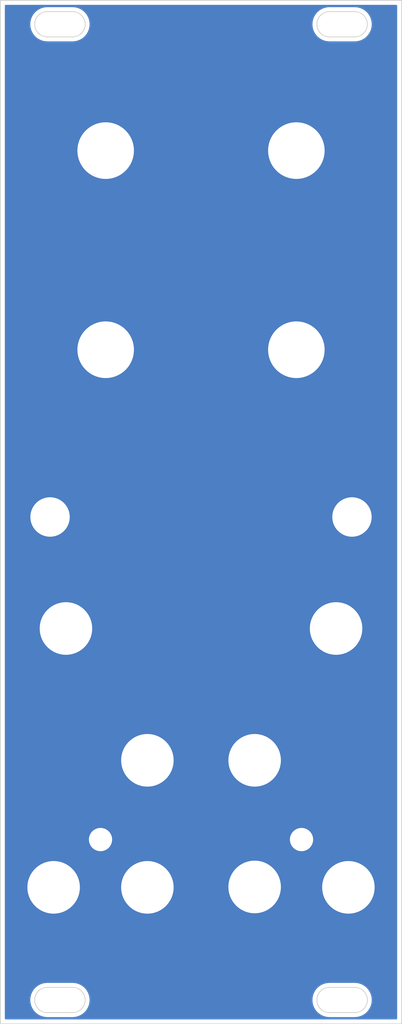
<source format=kicad_pcb>
(kicad_pcb (version 20171130) (host pcbnew "(5.1.2-1)-1")

  (general
    (thickness 1.6)
    (drawings 8)
    (tracks 0)
    (zones 0)
    (modules 20)
    (nets 2)
  )

  (page A4)
  (layers
    (0 F.Cu signal)
    (31 B.Cu signal)
    (32 B.Adhes user)
    (33 F.Adhes user)
    (34 B.Paste user)
    (35 F.Paste user)
    (36 B.SilkS user hide)
    (37 F.SilkS user)
    (38 B.Mask user)
    (39 F.Mask user)
    (40 Dwgs.User user)
    (41 Cmts.User user hide)
    (42 Eco1.User user)
    (43 Eco2.User user)
    (44 Edge.Cuts user)
    (45 Margin user)
    (46 B.CrtYd user)
    (47 F.CrtYd user)
    (48 B.Fab user)
    (49 F.Fab user)
  )

  (setup
    (last_trace_width 0.25)
    (trace_clearance 0.2)
    (zone_clearance 0.508)
    (zone_45_only no)
    (trace_min 0.2)
    (via_size 0.8)
    (via_drill 0.4)
    (via_min_size 0.4)
    (via_min_drill 0.3)
    (uvia_size 0.3)
    (uvia_drill 0.1)
    (uvias_allowed no)
    (uvia_min_size 0.2)
    (uvia_min_drill 0.1)
    (edge_width 0.1)
    (segment_width 0.2)
    (pcb_text_width 0.3)
    (pcb_text_size 1.5 1.5)
    (mod_edge_width 0.15)
    (mod_text_size 1 1)
    (mod_text_width 0.15)
    (pad_size 1.524 1.524)
    (pad_drill 0.762)
    (pad_to_mask_clearance 0)
    (aux_axis_origin 0 0)
    (visible_elements FFFFEF7F)
    (pcbplotparams
      (layerselection 0x010fc_ffffffff)
      (usegerberextensions false)
      (usegerberattributes false)
      (usegerberadvancedattributes false)
      (creategerberjobfile false)
      (excludeedgelayer true)
      (linewidth 0.100000)
      (plotframeref false)
      (viasonmask false)
      (mode 1)
      (useauxorigin false)
      (hpglpennumber 1)
      (hpglpenspeed 20)
      (hpglpendiameter 15.000000)
      (psnegative false)
      (psa4output false)
      (plotreference true)
      (plotvalue true)
      (plotinvisibletext false)
      (padsonsilk false)
      (subtractmaskfromsilk false)
      (outputformat 1)
      (mirror false)
      (drillshape 1)
      (scaleselection 1)
      (outputdirectory ""))
  )

  (net 0 "")
  (net 1 GND)

  (net_class Default "This is the default net class."
    (clearance 0.2)
    (trace_width 0.25)
    (via_dia 0.8)
    (via_drill 0.4)
    (uvia_dia 0.3)
    (uvia_drill 0.1)
    (add_net +12V)
    (add_net -12VA)
    (add_net GND)
    (add_net "Net-(AUDIO_OUT1-Pad1)")
    (add_net "Net-(AUDIO_OUT2-Pad1)")
    (add_net "Net-(AUDIO_OUT2-Pad3)")
    (add_net "Net-(Bypass_2nd_Filter1-Pad1)")
    (add_net "Net-(Bypass_2nd_Filter1-Pad2)")
    (add_net "Net-(Bypass_2nd_Filter1-Pad3)")
    (add_net "Net-(Bypass_2nd_Filter2-Pad1)")
    (add_net "Net-(Bypass_2nd_Filter2-Pad2)")
    (add_net "Net-(Bypass_2nd_Filter2-Pad3)")
    (add_net "Net-(C1-Pad1)")
    (add_net "Net-(C1-Pad2)")
    (add_net "Net-(C10-Pad1)")
    (add_net "Net-(C11-Pad1)")
    (add_net "Net-(C11-Pad2)")
    (add_net "Net-(C12-Pad1)")
    (add_net "Net-(C12-Pad2)")
    (add_net "Net-(C13-Pad1)")
    (add_net "Net-(C13-Pad2)")
    (add_net "Net-(C14-Pad1)")
    (add_net "Net-(C15-Pad1)")
    (add_net "Net-(C16-Pad1)")
    (add_net "Net-(C16-Pad2)")
    (add_net "Net-(C17-Pad2)")
    (add_net "Net-(C18-Pad1)")
    (add_net "Net-(C18-Pad2)")
    (add_net "Net-(C19-Pad1)")
    (add_net "Net-(C2-Pad1)")
    (add_net "Net-(C2-Pad2)")
    (add_net "Net-(C20-Pad1)")
    (add_net "Net-(C3-Pad1)")
    (add_net "Net-(C3-Pad2)")
    (add_net "Net-(C4-Pad1)")
    (add_net "Net-(C5-Pad1)")
    (add_net "Net-(C6-Pad1)")
    (add_net "Net-(C6-Pad2)")
    (add_net "Net-(C7-Pad1)")
    (add_net "Net-(C7-Pad2)")
    (add_net "Net-(C8-Pad2)")
    (add_net "Net-(C9-Pad1)")
    (add_net "Net-(CD1-Pad1)")
    (add_net "Net-(CD1-Pad11)")
    (add_net "Net-(CD1-Pad2)")
    (add_net "Net-(CD2-Pad1)")
    (add_net "Net-(CD2-Pad11)")
    (add_net "Net-(CD2-Pad2)")
    (add_net "Net-(D3-Pad2)")
    (add_net "Net-(D4-Pad1)")
    (add_net "Net-(Freq1-Pad1)")
    (add_net "Net-(Freq1-Pad2)")
    (add_net "Net-(Freq1-Pad3)")
    (add_net "Net-(Freq2-Pad1)")
    (add_net "Net-(Freq2-Pad2)")
    (add_net "Net-(Freq2-Pad3)")
    (add_net "Net-(GATE_LED1-Pad1)")
    (add_net "Net-(GATE_LED2-Pad1)")
    (add_net "Net-(GATE_OUT1-Pad1)")
    (add_net "Net-(GATE_OUT1-Pad3)")
    (add_net "Net-(GATE_OUT2-Pad1)")
    (add_net "Net-(GATE_OUT2-Pad3)")
    (add_net "Net-(Gate_PW1-Pad1)")
    (add_net "Net-(Gate_PW2-Pad1)")
    (add_net "Net-(IN2-Pad3)")
    (add_net "Net-(LM1-Pad10)")
    (add_net "Net-(LM1-Pad13)")
    (add_net "Net-(LM1-Pad14)")
    (add_net "Net-(LM1-Pad15)")
    (add_net "Net-(LM1-Pad2)")
    (add_net "Net-(LM1-Pad3)")
    (add_net "Net-(LM1-Pad4)")
    (add_net "Net-(LM1-Pad7)")
    (add_net "Net-(LM1-Pad8)")
    (add_net "Net-(LM1-Pad9)")
    (add_net "Net-(LM2-Pad10)")
    (add_net "Net-(LM2-Pad13)")
    (add_net "Net-(LM2-Pad14)")
    (add_net "Net-(LM2-Pad15)")
    (add_net "Net-(LM2-Pad2)")
    (add_net "Net-(LM2-Pad3)")
    (add_net "Net-(LM2-Pad4)")
    (add_net "Net-(LM2-Pad7)")
    (add_net "Net-(LM2-Pad8)")
    (add_net "Net-(LM2-Pad9)")
    (add_net "Net-(LM3-Pad10)")
    (add_net "Net-(LM3-Pad13)")
    (add_net "Net-(LM3-Pad14)")
    (add_net "Net-(LM3-Pad15)")
    (add_net "Net-(LM3-Pad2)")
    (add_net "Net-(LM3-Pad3)")
    (add_net "Net-(LM3-Pad4)")
    (add_net "Net-(LM3-Pad7)")
    (add_net "Net-(LM3-Pad8)")
    (add_net "Net-(LM3-Pad9)")
    (add_net "Net-(LM4-Pad10)")
    (add_net "Net-(LM4-Pad13)")
    (add_net "Net-(LM4-Pad14)")
    (add_net "Net-(LM4-Pad15)")
    (add_net "Net-(LM4-Pad2)")
    (add_net "Net-(LM4-Pad3)")
    (add_net "Net-(LM4-Pad4)")
    (add_net "Net-(LM4-Pad7)")
    (add_net "Net-(LM4-Pad8)")
    (add_net "Net-(LM4-Pad9)")
    (add_net "Net-(Level_1-Pad3)")
    (add_net "Net-(Level_2-Pad3)")
    (add_net "Net-(MIC/LINE1-Pad1)")
    (add_net "Net-(MIC/LINE1-Pad3)")
    (add_net "Net-(MIC/LINE2-Pad1)")
    (add_net "Net-(MIC/LINE2-Pad3)")
    (add_net "Net-(R14-Pad2)")
    (add_net "Net-(R16-Pad2)")
    (add_net "Net-(R19-Pad2)")
    (add_net "Net-(R2-Pad1)")
    (add_net "Net-(R21-Pad1)")
    (add_net "Net-(R31-Pad1)")
    (add_net "Net-(R33-Pad1)")
    (add_net "Net-(R34-Pad1)")
    (add_net "Net-(R45-Pad1)")
    (add_net "Net-(R47-Pad2)")
    (add_net "Net-(R48-Pad2)")
    (add_net "Net-(R50-Pad1)")
    (add_net "Net-(R62-Pad1)")
  )

  (module Faceplate_Hole_Jack_3.5mm locked (layer F.Cu) (tedit 5A7E50AF) (tstamp 5D65B9C6)
    (at 5.45 -7.5)
    (fp_text reference REF** (at 0.41 4.84) (layer F.Fab) hide
      (effects (font (size 1 1) (thickness 0.15)))
    )
    (fp_text value GND (at 0.27 6.16) (layer F.Fab) hide
      (effects (font (size 1 1) (thickness 0.15)))
    )
    (fp_line (start 0 -0.508) (end 0 0.508) (layer F.Fab) (width 0.15))
    (fp_line (start -0.508 0) (end 0.508 0) (layer F.Fab) (width 0.15))
    (pad 1 thru_hole circle (at 0 0) (size 7.62 7.62) (drill 6.604) (layers *.Cu *.Mask)
      (net 1 GND))
  )

  (module Faceplate_Hole_Jack_3.5mm locked (layer F.Cu) (tedit 5A7E50AF) (tstamp 5D65B9C0)
    (at 42.55 -7.5)
    (fp_text reference REF** (at 0.41 4.84) (layer F.Fab) hide
      (effects (font (size 1 1) (thickness 0.15)))
    )
    (fp_text value GND (at 0.27 6.16) (layer F.Fab) hide
      (effects (font (size 1 1) (thickness 0.15)))
    )
    (fp_line (start 0 -0.508) (end 0 0.508) (layer F.Fab) (width 0.15))
    (fp_line (start -0.508 0) (end 0.508 0) (layer F.Fab) (width 0.15))
    (pad 1 thru_hole circle (at 0 0) (size 7.62 7.62) (drill 6.604) (layers *.Cu *.Mask)
      (net 1 GND))
  )

  (module Faceplate_Hole_Pot_16mm (layer F.Cu) (tedit 5A7E457A) (tstamp 5D65B9BA)
    (at 12 -100)
    (fp_text reference REF** (at 0.254 2.286) (layer F.SilkS) hide
      (effects (font (size 1 1) (thickness 0.15)))
    )
    (fp_text value Faceplate_Hole_Pot_16mm (at 0.58 4.95) (layer F.Fab) hide
      (effects (font (size 1 1) (thickness 0.15)))
    )
    (fp_line (start -0.508 0) (end 0.508 0) (layer F.Fab) (width 0.15))
    (fp_line (start 0 -0.508) (end 0 0.508) (layer F.Fab) (width 0.15))
    (pad 1 thru_hole circle (at 0 0) (size 7.874 7.874) (drill 7.112) (layers *.Cu *.Mask)
      (net 1 GND))
  )

  (module Faceplate_Hole_Lightpipe_With_Mask_Opening (layer F.Cu) (tedit 5A7E4A65) (tstamp 5D65B9B6)
    (at 36.65 -13.5)
    (fp_text reference REF** (at 0.03 4.16) (layer F.Fab) hide
      (effects (font (size 1 1) (thickness 0.15)))
    )
    (fp_text value Faceplate_Hole_LightPipe_With_Mask_Opening (at -0.38 2.52) (layer F.Fab) hide
      (effects (font (size 1 1) (thickness 0.15)))
    )
    (pad 1 thru_hole circle (at 0 0) (size 3.175 3.175) (drill 2.921) (layers *.Cu *.Mask)
      (net 1 GND) (solder_mask_margin 0.1016))
  )

  (module Faceplate_Hole_Lightpipe_With_Mask_Opening (layer F.Cu) (tedit 5A7E4A65) (tstamp 5D65B9B2)
    (at 11.35 -13.5)
    (fp_text reference REF** (at 0.03 4.16) (layer F.Fab) hide
      (effects (font (size 1 1) (thickness 0.15)))
    )
    (fp_text value Faceplate_Hole_LightPipe_With_Mask_Opening (at -0.38 2.52) (layer F.Fab) hide
      (effects (font (size 1 1) (thickness 0.15)))
    )
    (pad 1 thru_hole circle (at 0 0) (size 3.175 3.175) (drill 2.921) (layers *.Cu *.Mask)
      (net 1 GND) (solder_mask_margin 0.1016))
  )

  (module Faceplate_Hole_Jack_3.5mm locked (layer F.Cu) (tedit 5A7E50AF) (tstamp 5D65B9AC)
    (at 17.25 -7.5)
    (fp_text reference REF** (at 0.41 4.84) (layer F.Fab) hide
      (effects (font (size 1 1) (thickness 0.15)))
    )
    (fp_text value GND (at 0.27 6.16) (layer F.Fab) hide
      (effects (font (size 1 1) (thickness 0.15)))
    )
    (fp_line (start 0 -0.508) (end 0 0.508) (layer F.Fab) (width 0.15))
    (fp_line (start -0.508 0) (end 0.508 0) (layer F.Fab) (width 0.15))
    (pad 1 thru_hole circle (at 0 0) (size 7.62 7.62) (drill 6.604) (layers *.Cu *.Mask)
      (net 1 GND))
  )

  (module Faceplate_Hole_Jack_3.5mm locked (layer F.Cu) (tedit 5A7E50AF) (tstamp 5D65B9A6)
    (at 30.75 -7.55)
    (fp_text reference REF** (at 0.41 4.84) (layer F.Fab) hide
      (effects (font (size 1 1) (thickness 0.15)))
    )
    (fp_text value GND (at 0.27 6.16) (layer F.Fab) hide
      (effects (font (size 1 1) (thickness 0.15)))
    )
    (fp_line (start 0 -0.508) (end 0 0.508) (layer F.Fab) (width 0.15))
    (fp_line (start -0.508 0) (end 0.508 0) (layer F.Fab) (width 0.15))
    (pad 1 thru_hole circle (at 0 0) (size 7.62 7.62) (drill 6.604) (layers *.Cu *.Mask)
      (net 1 GND))
  )

  (module Faceplate_Hole_Jack_3.5mm locked (layer F.Cu) (tedit 5A7E50AF) (tstamp 5D65B9A0)
    (at 17.25 -23.45)
    (fp_text reference REF** (at 0.41 4.84) (layer F.Fab) hide
      (effects (font (size 1 1) (thickness 0.15)))
    )
    (fp_text value GND (at 0.27 6.16) (layer F.Fab) hide
      (effects (font (size 1 1) (thickness 0.15)))
    )
    (fp_line (start 0 -0.508) (end 0 0.508) (layer F.Fab) (width 0.15))
    (fp_line (start -0.508 0) (end 0.508 0) (layer F.Fab) (width 0.15))
    (pad 1 thru_hole circle (at 0 0) (size 7.62 7.62) (drill 6.604) (layers *.Cu *.Mask)
      (net 1 GND))
  )

  (module Faceplate_Hole_Jack_3.5mm locked (layer F.Cu) (tedit 5A7E50AF) (tstamp 5D65B99A)
    (at 30.75 -23.45)
    (fp_text reference REF** (at 0.41 4.84) (layer F.Fab) hide
      (effects (font (size 1 1) (thickness 0.15)))
    )
    (fp_text value GND (at 0.27 6.16) (layer F.Fab) hide
      (effects (font (size 1 1) (thickness 0.15)))
    )
    (fp_line (start 0 -0.508) (end 0 0.508) (layer F.Fab) (width 0.15))
    (fp_line (start -0.508 0) (end 0.508 0) (layer F.Fab) (width 0.15))
    (pad 1 thru_hole circle (at 0 0) (size 7.62 7.62) (drill 6.604) (layers *.Cu *.Mask)
      (net 1 GND))
  )

  (module Faceplate_Hole_Pot_16mm (layer F.Cu) (tedit 5A7E457A) (tstamp 5D65B994)
    (at 12 -75)
    (fp_text reference REF** (at 0.254 2.286) (layer F.SilkS) hide
      (effects (font (size 1 1) (thickness 0.15)))
    )
    (fp_text value Faceplate_Hole_Pot_16mm (at 0.58 4.95) (layer F.Fab) hide
      (effects (font (size 1 1) (thickness 0.15)))
    )
    (fp_line (start -0.508 0) (end 0.508 0) (layer F.Fab) (width 0.15))
    (fp_line (start 0 -0.508) (end 0 0.508) (layer F.Fab) (width 0.15))
    (pad 1 thru_hole circle (at 0 0) (size 7.874 7.874) (drill 7.112) (layers *.Cu *.Mask)
      (net 1 GND))
  )

  (module Faceplate_Hole_Pot_9mm (layer F.Cu) (tedit 5A7E455A) (tstamp 5D65B98E)
    (at 7 -40)
    (fp_text reference REF** (at 0.254 2.286) (layer F.SilkS) hide
      (effects (font (size 1 1) (thickness 0.15)))
    )
    (fp_text value Faceplate_Hole_Pot_9mm (at 0.17 4.53) (layer F.Fab) hide
      (effects (font (size 1 1) (thickness 0.15)))
    )
    (fp_line (start -0.508 0) (end 0.508 0) (layer F.Fab) (width 0.15))
    (fp_line (start 0 -0.508) (end 0 0.508) (layer F.Fab) (width 0.15))
    (pad 1 thru_hole circle (at 0 0) (size 7.112 7.112) (drill 6.604) (layers *.Cu *.Mask)
      (net 1 GND))
  )

  (module Faceplate_Hole_Pot_16mm (layer F.Cu) (tedit 5A7E457A) (tstamp 5D65B988)
    (at 36 -100)
    (fp_text reference REF** (at 0.254 2.286) (layer F.SilkS) hide
      (effects (font (size 1 1) (thickness 0.15)))
    )
    (fp_text value Faceplate_Hole_Pot_16mm (at 0.58 4.95) (layer F.Fab) hide
      (effects (font (size 1 1) (thickness 0.15)))
    )
    (fp_line (start -0.508 0) (end 0.508 0) (layer F.Fab) (width 0.15))
    (fp_line (start 0 -0.508) (end 0 0.508) (layer F.Fab) (width 0.15))
    (pad 1 thru_hole circle (at 0 0) (size 7.874 7.874) (drill 7.112) (layers *.Cu *.Mask)
      (net 1 GND))
  )

  (module Faceplate_Hole_Pot_16mm (layer F.Cu) (tedit 5A7E457A) (tstamp 5D65B982)
    (at 36 -75)
    (fp_text reference REF** (at 0.254 2.286) (layer F.SilkS) hide
      (effects (font (size 1 1) (thickness 0.15)))
    )
    (fp_text value Faceplate_Hole_Pot_16mm (at 0.58 4.95) (layer F.Fab) hide
      (effects (font (size 1 1) (thickness 0.15)))
    )
    (fp_line (start -0.508 0) (end 0.508 0) (layer F.Fab) (width 0.15))
    (fp_line (start 0 -0.508) (end 0 0.508) (layer F.Fab) (width 0.15))
    (pad 1 thru_hole circle (at 0 0) (size 7.874 7.874) (drill 7.112) (layers *.Cu *.Mask)
      (net 1 GND))
  )

  (module Faceplate_Hole_Pot_9mm (layer F.Cu) (tedit 5A7E455A) (tstamp 5D65B97C)
    (at 41 -40)
    (fp_text reference REF** (at 0.254 2.286) (layer F.SilkS) hide
      (effects (font (size 1 1) (thickness 0.15)))
    )
    (fp_text value Faceplate_Hole_Pot_9mm (at 0.17 4.53) (layer F.Fab) hide
      (effects (font (size 1 1) (thickness 0.15)))
    )
    (fp_line (start -0.508 0) (end 0.508 0) (layer F.Fab) (width 0.15))
    (fp_line (start 0 -0.508) (end 0 0.508) (layer F.Fab) (width 0.15))
    (pad 1 thru_hole circle (at 0 0) (size 7.112 7.112) (drill 6.604) (layers *.Cu *.Mask)
      (net 1 GND))
  )

  (module Faceplate_Hole_SubMini_Toggle (layer F.Cu) (tedit 5A7E4B7B) (tstamp 5D65B976)
    (at 5 -54)
    (fp_text reference REF** (at 0.12 5.23) (layer F.Fab) hide
      (effects (font (size 1 1) (thickness 0.15)))
    )
    (fp_text value Faceplate_Hole_SubMini_Toggle (at 0.32 3.74) (layer F.Fab) hide
      (effects (font (size 1 1) (thickness 0.15)))
    )
    (fp_line (start -0.508 0) (end 0.508 0) (layer F.Fab) (width 0.15))
    (fp_line (start 0 -0.508) (end 0 0.508) (layer F.Fab) (width 0.15))
    (pad 1 thru_hole circle (at 0 0) (size 5.969 5.969) (drill 4.953) (layers *.Cu *.Mask)
      (net 1 GND))
  )

  (module Faceplate_Hole_SubMini_Toggle (layer F.Cu) (tedit 5A7E4B7B) (tstamp 5D65B970)
    (at 43 -54)
    (fp_text reference REF** (at 0.12 5.23) (layer F.Fab) hide
      (effects (font (size 1 1) (thickness 0.15)))
    )
    (fp_text value Faceplate_Hole_SubMini_Toggle (at 0.32 3.74) (layer F.Fab) hide
      (effects (font (size 1 1) (thickness 0.15)))
    )
    (fp_line (start -0.508 0) (end 0.508 0) (layer F.Fab) (width 0.15))
    (fp_line (start 0 -0.508) (end 0 0.508) (layer F.Fab) (width 0.15))
    (pad 1 thru_hole circle (at 0 0) (size 5.969 5.969) (drill 4.953) (layers *.Cu *.Mask)
      (net 1 GND))
  )

  (module Faceplate_Rail_Mount_Slot (layer F.Cu) (tedit 5A7E37F6) (tstamp 5D65B969)
    (at 41.757001 -115.8628)
    (fp_text reference REF** (at 0.13 4.37) (layer F.Fab) hide
      (effects (font (size 1 1) (thickness 0.15)))
    )
    (fp_text value Rail_mount_slot (at 0.381 2.54) (layer F.Fab) hide
      (effects (font (size 1 1) (thickness 0.15)))
    )
    (fp_line (start -1.5875 -1.5875) (end 1.5875 -1.5875) (layer Edge.Cuts) (width 0.1))
    (fp_arc (start -1.5875 0) (end -1.5875 1.5875) (angle 180) (layer Edge.Cuts) (width 0.1))
    (fp_arc (start 1.5875 0) (end 1.5875 -1.5875) (angle 180) (layer Edge.Cuts) (width 0.1))
    (fp_line (start -1.5875 1.5875) (end 1.5875 1.5875) (layer Edge.Cuts) (width 0.1))
  )

  (module Faceplate_Rail_Mount_Slot (layer F.Cu) (tedit 5A7E37F6) (tstamp 5D65B962)
    (at 6.243 -115.8628)
    (fp_text reference REF** (at 0.13 4.37) (layer F.Fab) hide
      (effects (font (size 1 1) (thickness 0.15)))
    )
    (fp_text value Rail_mount_slot (at 0.381 2.54) (layer F.Fab) hide
      (effects (font (size 1 1) (thickness 0.15)))
    )
    (fp_line (start -1.5875 -1.5875) (end 1.5875 -1.5875) (layer Edge.Cuts) (width 0.1))
    (fp_arc (start -1.5875 0) (end -1.5875 1.5875) (angle 180) (layer Edge.Cuts) (width 0.1))
    (fp_arc (start 1.5875 0) (end 1.5875 -1.5875) (angle 180) (layer Edge.Cuts) (width 0.1))
    (fp_line (start -1.5875 1.5875) (end 1.5875 1.5875) (layer Edge.Cuts) (width 0.1))
  )

  (module Faceplate_Rail_Mount_Slot (layer F.Cu) (tedit 5A7E37F6) (tstamp 5D65B95B)
    (at 41.757001 6.6428)
    (fp_text reference REF** (at 0.13 4.37) (layer F.Fab) hide
      (effects (font (size 1 1) (thickness 0.15)))
    )
    (fp_text value Rail_mount_slot (at 0.381 2.54) (layer F.Fab) hide
      (effects (font (size 1 1) (thickness 0.15)))
    )
    (fp_line (start -1.5875 -1.5875) (end 1.5875 -1.5875) (layer Edge.Cuts) (width 0.1))
    (fp_arc (start -1.5875 0) (end -1.5875 1.5875) (angle 180) (layer Edge.Cuts) (width 0.1))
    (fp_arc (start 1.5875 0) (end 1.5875 -1.5875) (angle 180) (layer Edge.Cuts) (width 0.1))
    (fp_line (start -1.5875 1.5875) (end 1.5875 1.5875) (layer Edge.Cuts) (width 0.1))
  )

  (module Faceplate_Rail_Mount_Slot (layer F.Cu) (tedit 5A7E37F6) (tstamp 5D65B954)
    (at 6.243 6.6428)
    (fp_text reference REF** (at 0.13 4.37) (layer F.Fab) hide
      (effects (font (size 1 1) (thickness 0.15)))
    )
    (fp_text value Rail_mount_slot (at 0.381 2.54) (layer F.Fab) hide
      (effects (font (size 1 1) (thickness 0.15)))
    )
    (fp_line (start -1.5875 -1.5875) (end 1.5875 -1.5875) (layer Edge.Cuts) (width 0.1))
    (fp_arc (start -1.5875 0) (end -1.5875 1.5875) (angle 180) (layer Edge.Cuts) (width 0.1))
    (fp_arc (start 1.5875 0) (end 1.5875 -1.5875) (angle 180) (layer Edge.Cuts) (width 0.1))
    (fp_line (start -1.5875 1.5875) (end 1.5875 1.5875) (layer Edge.Cuts) (width 0.1))
  )

  (gr_line (start 49.25 -118.86) (end 49.25 9.64) (layer Edge.Cuts) (width 0.1))
  (gr_line (start -1.25 -118.86) (end -1.25 9.64) (layer Edge.Cuts) (width 0.1))
  (gr_line (start -1.25 -118.86) (end 49.25 -118.86) (layer Edge.Cuts) (width 0.1))
  (gr_line (start -1.25 9.64) (end 49.25 9.64) (layer Edge.Cuts) (width 0.1))
  (gr_line (start 0 0) (end 48 0) (layer Cmts.User) (width 0.1))
  (gr_line (start 48 0) (end 48 -109.22) (layer Cmts.User) (width 0.1))
  (gr_line (start 48 -109.22) (end 0 -109.22) (layer Cmts.User) (width 0.1))
  (gr_line (start 0 0) (end 0 -109.22) (layer Cmts.User) (width 0.1))

  (zone (net 1) (net_name GND) (layer B.Cu) (tstamp 5D65BCA6) (hatch edge 0.508)
    (connect_pads yes (clearance 0.508))
    (min_thickness 0.254)
    (fill yes (arc_segments 32) (thermal_gap 0.508) (thermal_bridge_width 0.508))
    (polygon
      (pts
        (xy -0.896001 -118.506001) (xy -0.896001 9.286001) (xy 48.896001 9.286001) (xy 48.896001 -118.506001)
      )
    )
    (filled_polygon
      (pts
        (xy 48.565001 8.955) (xy -0.565 8.955) (xy -0.565 6.5918) (xy 2.385858 6.5918) (xy 2.386292 6.653883)
        (xy 2.385858 6.715965) (xy 2.386791 6.725484) (xy 2.419176 7.033612) (xy 2.431663 7.094442) (xy 2.443294 7.155415)
        (xy 2.446058 7.164571) (xy 2.537676 7.460541) (xy 2.561744 7.517795) (xy 2.584993 7.575339) (xy 2.589483 7.583784)
        (xy 2.736844 7.856322) (xy 2.771556 7.907785) (xy 2.805556 7.959742) (xy 2.811601 7.967154) (xy 3.009091 8.205879)
        (xy 3.053129 8.249611) (xy 3.096585 8.293986) (xy 3.103954 8.300082) (xy 3.344052 8.4959) (xy 3.395786 8.530271)
        (xy 3.446989 8.565331) (xy 3.455402 8.569881) (xy 3.728962 8.715336) (xy 3.786363 8.738995) (xy 3.843429 8.763453)
        (xy 3.852565 8.766281) (xy 4.149167 8.85583) (xy 4.210071 8.867889) (xy 4.270796 8.880797) (xy 4.280308 8.881797)
        (xy 4.588655 8.912031) (xy 4.588663 8.912031) (xy 4.621853 8.9153) (xy 7.864147 8.9153) (xy 7.898911 8.911876)
        (xy 7.919509 8.911876) (xy 7.929021 8.910876) (xy 8.236916 8.87634) (xy 8.297614 8.863438) (xy 8.358547 8.851373)
        (xy 8.367683 8.848545) (xy 8.663007 8.754863) (xy 8.720133 8.730379) (xy 8.77747 8.706746) (xy 8.785883 8.702198)
        (xy 9.057385 8.552939) (xy 9.108623 8.517856) (xy 9.160325 8.483505) (xy 9.167695 8.477408) (xy 9.405034 8.278257)
        (xy 9.448475 8.233896) (xy 9.492526 8.190151) (xy 9.498572 8.18274) (xy 9.69271 7.94128) (xy 9.726706 7.889328)
        (xy 9.761422 7.837859) (xy 9.765913 7.829414) (xy 9.909454 7.554845) (xy 9.932709 7.497287) (xy 9.956769 7.440049)
        (xy 9.959534 7.430893) (xy 10.047011 7.133672) (xy 10.058648 7.072669) (xy 10.071128 7.011869) (xy 10.072062 7.002351)
        (xy 10.100142 6.6938) (xy 10.099708 6.631718) (xy 10.099987 6.5918) (xy 37.899859 6.5918) (xy 37.900293 6.653883)
        (xy 37.899859 6.715965) (xy 37.900792 6.725484) (xy 37.933177 7.033612) (xy 37.945664 7.094442) (xy 37.957295 7.155415)
        (xy 37.960059 7.164571) (xy 38.051677 7.460541) (xy 38.075745 7.517795) (xy 38.098994 7.575339) (xy 38.103484 7.583784)
        (xy 38.250845 7.856322) (xy 38.285557 7.907785) (xy 38.319557 7.959742) (xy 38.325602 7.967154) (xy 38.523092 8.205879)
        (xy 38.56713 8.249611) (xy 38.610586 8.293986) (xy 38.617955 8.300082) (xy 38.858053 8.4959) (xy 38.909787 8.530271)
        (xy 38.96099 8.565331) (xy 38.969403 8.569881) (xy 39.242963 8.715336) (xy 39.300364 8.738995) (xy 39.35743 8.763453)
        (xy 39.366566 8.766281) (xy 39.663168 8.85583) (xy 39.724072 8.867889) (xy 39.784797 8.880797) (xy 39.794309 8.881797)
        (xy 40.102656 8.912031) (xy 40.102664 8.912031) (xy 40.135854 8.9153) (xy 43.378148 8.9153) (xy 43.412912 8.911876)
        (xy 43.43351 8.911876) (xy 43.443022 8.910876) (xy 43.750917 8.87634) (xy 43.811615 8.863438) (xy 43.872548 8.851373)
        (xy 43.881684 8.848545) (xy 44.177008 8.754863) (xy 44.234134 8.730379) (xy 44.291471 8.706746) (xy 44.299884 8.702198)
        (xy 44.571386 8.552939) (xy 44.622624 8.517856) (xy 44.674326 8.483505) (xy 44.681696 8.477408) (xy 44.919035 8.278257)
        (xy 44.962476 8.233896) (xy 45.006527 8.190151) (xy 45.012573 8.18274) (xy 45.206711 7.94128) (xy 45.240707 7.889328)
        (xy 45.275423 7.837859) (xy 45.279914 7.829414) (xy 45.423455 7.554845) (xy 45.44671 7.497287) (xy 45.47077 7.440049)
        (xy 45.473535 7.430893) (xy 45.561012 7.133672) (xy 45.572649 7.072669) (xy 45.585129 7.011869) (xy 45.586063 7.002351)
        (xy 45.614143 6.6938) (xy 45.613709 6.631717) (xy 45.614143 6.569635) (xy 45.61321 6.560116) (xy 45.580825 6.251988)
        (xy 45.568338 6.191158) (xy 45.556707 6.130185) (xy 45.553943 6.121029) (xy 45.462325 5.825059) (xy 45.438257 5.767805)
        (xy 45.415008 5.710261) (xy 45.410518 5.701816) (xy 45.263157 5.429278) (xy 45.228435 5.3778) (xy 45.194445 5.325858)
        (xy 45.1884 5.318446) (xy 44.99091 5.079721) (xy 44.946855 5.035972) (xy 44.903416 4.991614) (xy 44.896052 4.985523)
        (xy 44.896048 4.985519) (xy 44.896044 4.985516) (xy 44.655949 4.7897) (xy 44.604215 4.755329) (xy 44.553012 4.720269)
        (xy 44.544599 4.715719) (xy 44.271039 4.570264) (xy 44.213609 4.546593) (xy 44.156572 4.522147) (xy 44.14744 4.51932)
        (xy 44.147434 4.519318) (xy 43.850834 4.42977) (xy 43.78993 4.417711) (xy 43.729205 4.404803) (xy 43.719693 4.403803)
        (xy 43.411346 4.373569) (xy 43.411338 4.373569) (xy 43.378148 4.3703) (xy 40.135854 4.3703) (xy 40.10109 4.373724)
        (xy 40.080492 4.373724) (xy 40.07098 4.374724) (xy 39.763085 4.40926) (xy 39.702387 4.422162) (xy 39.641454 4.434227)
        (xy 39.632318 4.437055) (xy 39.336995 4.530737) (xy 39.279882 4.555216) (xy 39.222531 4.578854) (xy 39.214121 4.583401)
        (xy 39.214116 4.583403) (xy 39.214112 4.583406) (xy 38.942616 4.732661) (xy 38.891352 4.767762) (xy 38.839676 4.802096)
        (xy 38.832306 4.808192) (xy 38.594966 5.007344) (xy 38.551509 5.051721) (xy 38.507475 5.095449) (xy 38.50143 5.10286)
        (xy 38.307291 5.344319) (xy 38.273283 5.39629) (xy 38.238579 5.447741) (xy 38.234088 5.456186) (xy 38.090547 5.730755)
        (xy 38.067292 5.788313) (xy 38.043232 5.845551) (xy 38.040467 5.854707) (xy 37.95299 6.151927) (xy 37.94135 6.212944)
        (xy 37.928873 6.273731) (xy 37.927939 6.28325) (xy 37.899859 6.5918) (xy 10.099987 6.5918) (xy 10.100142 6.569635)
        (xy 10.099209 6.560116) (xy 10.066824 6.251988) (xy 10.054337 6.191158) (xy 10.042706 6.130185) (xy 10.039942 6.121029)
        (xy 9.948324 5.825059) (xy 9.924256 5.767805) (xy 9.901007 5.710261) (xy 9.896517 5.701816) (xy 9.749156 5.429278)
        (xy 9.714434 5.3778) (xy 9.680444 5.325858) (xy 9.674399 5.318446) (xy 9.476909 5.079721) (xy 9.432854 5.035972)
        (xy 9.389415 4.991614) (xy 9.382051 4.985523) (xy 9.382047 4.985519) (xy 9.382043 4.985516) (xy 9.141948 4.7897)
        (xy 9.090214 4.755329) (xy 9.039011 4.720269) (xy 9.030598 4.715719) (xy 8.757038 4.570264) (xy 8.699608 4.546593)
        (xy 8.642571 4.522147) (xy 8.633439 4.51932) (xy 8.633433 4.519318) (xy 8.336833 4.42977) (xy 8.275929 4.417711)
        (xy 8.215204 4.404803) (xy 8.205692 4.403803) (xy 7.897345 4.373569) (xy 7.897337 4.373569) (xy 7.864147 4.3703)
        (xy 4.621853 4.3703) (xy 4.587089 4.373724) (xy 4.566491 4.373724) (xy 4.556979 4.374724) (xy 4.249084 4.40926)
        (xy 4.188386 4.422162) (xy 4.127453 4.434227) (xy 4.118317 4.437055) (xy 3.822994 4.530737) (xy 3.765881 4.555216)
        (xy 3.70853 4.578854) (xy 3.70012 4.583401) (xy 3.700115 4.583403) (xy 3.700111 4.583406) (xy 3.428615 4.732661)
        (xy 3.377351 4.767762) (xy 3.325675 4.802096) (xy 3.318305 4.808192) (xy 3.080965 5.007344) (xy 3.037508 5.051721)
        (xy 2.993474 5.095449) (xy 2.987429 5.10286) (xy 2.79329 5.344319) (xy 2.759282 5.39629) (xy 2.724578 5.447741)
        (xy 2.720087 5.456186) (xy 2.576546 5.730755) (xy 2.553291 5.788313) (xy 2.529231 5.845551) (xy 2.526466 5.854707)
        (xy 2.438989 6.151927) (xy 2.427349 6.212944) (xy 2.414872 6.273731) (xy 2.413938 6.28325) (xy 2.385858 6.5918)
        (xy -0.565 6.5918) (xy -0.565 -115.9138) (xy 2.385858 -115.9138) (xy 2.386292 -115.851718) (xy 2.385858 -115.789635)
        (xy 2.386791 -115.780116) (xy 2.419176 -115.471988) (xy 2.431663 -115.411158) (xy 2.443294 -115.350185) (xy 2.446058 -115.341029)
        (xy 2.537676 -115.045059) (xy 2.561744 -114.987805) (xy 2.584993 -114.930261) (xy 2.589483 -114.921816) (xy 2.736844 -114.649278)
        (xy 2.771556 -114.597815) (xy 2.805556 -114.545858) (xy 2.811601 -114.538446) (xy 3.009091 -114.299721) (xy 3.053129 -114.255989)
        (xy 3.096585 -114.211614) (xy 3.103954 -114.205518) (xy 3.344052 -114.0097) (xy 3.395786 -113.975329) (xy 3.446989 -113.940269)
        (xy 3.455402 -113.935719) (xy 3.728962 -113.790264) (xy 3.786363 -113.766605) (xy 3.843429 -113.742147) (xy 3.852565 -113.739319)
        (xy 4.149167 -113.64977) (xy 4.210071 -113.637711) (xy 4.270796 -113.624803) (xy 4.280308 -113.623803) (xy 4.588655 -113.593569)
        (xy 4.588663 -113.593569) (xy 4.621853 -113.5903) (xy 7.864147 -113.5903) (xy 7.898911 -113.593724) (xy 7.919509 -113.593724)
        (xy 7.929021 -113.594724) (xy 8.236916 -113.62926) (xy 8.297614 -113.642162) (xy 8.358547 -113.654227) (xy 8.367683 -113.657055)
        (xy 8.663007 -113.750737) (xy 8.720133 -113.775221) (xy 8.77747 -113.798854) (xy 8.785883 -113.803402) (xy 9.057385 -113.952661)
        (xy 9.108623 -113.987744) (xy 9.160325 -114.022095) (xy 9.167695 -114.028192) (xy 9.405034 -114.227343) (xy 9.448475 -114.271704)
        (xy 9.492526 -114.315449) (xy 9.498572 -114.32286) (xy 9.69271 -114.56432) (xy 9.726706 -114.616272) (xy 9.761422 -114.667741)
        (xy 9.765913 -114.676186) (xy 9.909454 -114.950755) (xy 9.932709 -115.008313) (xy 9.956769 -115.065551) (xy 9.959534 -115.074707)
        (xy 10.047011 -115.371928) (xy 10.058648 -115.432931) (xy 10.071128 -115.493731) (xy 10.072062 -115.503249) (xy 10.100142 -115.8118)
        (xy 10.099708 -115.873883) (xy 10.099987 -115.9138) (xy 37.899859 -115.9138) (xy 37.900293 -115.851718) (xy 37.899859 -115.789635)
        (xy 37.900792 -115.780116) (xy 37.933177 -115.471988) (xy 37.945664 -115.411158) (xy 37.957295 -115.350185) (xy 37.960059 -115.341029)
        (xy 38.051677 -115.045059) (xy 38.075745 -114.987805) (xy 38.098994 -114.930261) (xy 38.103484 -114.921816) (xy 38.250845 -114.649278)
        (xy 38.285557 -114.597815) (xy 38.319557 -114.545858) (xy 38.325602 -114.538446) (xy 38.523092 -114.299721) (xy 38.56713 -114.255989)
        (xy 38.610586 -114.211614) (xy 38.617955 -114.205518) (xy 38.858053 -114.0097) (xy 38.909787 -113.975329) (xy 38.96099 -113.940269)
        (xy 38.969403 -113.935719) (xy 39.242963 -113.790264) (xy 39.300364 -113.766605) (xy 39.35743 -113.742147) (xy 39.366566 -113.739319)
        (xy 39.663168 -113.64977) (xy 39.724072 -113.637711) (xy 39.784797 -113.624803) (xy 39.794309 -113.623803) (xy 40.102656 -113.593569)
        (xy 40.102664 -113.593569) (xy 40.135854 -113.5903) (xy 43.378148 -113.5903) (xy 43.412912 -113.593724) (xy 43.43351 -113.593724)
        (xy 43.443022 -113.594724) (xy 43.750917 -113.62926) (xy 43.811615 -113.642162) (xy 43.872548 -113.654227) (xy 43.881684 -113.657055)
        (xy 44.177008 -113.750737) (xy 44.234134 -113.775221) (xy 44.291471 -113.798854) (xy 44.299884 -113.803402) (xy 44.571386 -113.952661)
        (xy 44.622624 -113.987744) (xy 44.674326 -114.022095) (xy 44.681696 -114.028192) (xy 44.919035 -114.227343) (xy 44.962476 -114.271704)
        (xy 45.006527 -114.315449) (xy 45.012573 -114.32286) (xy 45.206711 -114.56432) (xy 45.240707 -114.616272) (xy 45.275423 -114.667741)
        (xy 45.279914 -114.676186) (xy 45.423455 -114.950755) (xy 45.44671 -115.008313) (xy 45.47077 -115.065551) (xy 45.473535 -115.074707)
        (xy 45.561012 -115.371928) (xy 45.572649 -115.432931) (xy 45.585129 -115.493731) (xy 45.586063 -115.503249) (xy 45.614143 -115.8118)
        (xy 45.613709 -115.873883) (xy 45.614143 -115.935965) (xy 45.61321 -115.945484) (xy 45.580825 -116.253612) (xy 45.568338 -116.314442)
        (xy 45.556707 -116.375415) (xy 45.553943 -116.384571) (xy 45.462325 -116.680541) (xy 45.438257 -116.737795) (xy 45.415008 -116.795339)
        (xy 45.410518 -116.803784) (xy 45.263157 -117.076322) (xy 45.228435 -117.1278) (xy 45.194445 -117.179742) (xy 45.1884 -117.187154)
        (xy 44.99091 -117.425879) (xy 44.946855 -117.469628) (xy 44.903416 -117.513986) (xy 44.896052 -117.520077) (xy 44.896048 -117.520081)
        (xy 44.896044 -117.520084) (xy 44.655949 -117.7159) (xy 44.604215 -117.750271) (xy 44.553012 -117.785331) (xy 44.544599 -117.789881)
        (xy 44.271039 -117.935336) (xy 44.213609 -117.959007) (xy 44.156572 -117.983453) (xy 44.14744 -117.98628) (xy 44.147434 -117.986282)
        (xy 43.850834 -118.07583) (xy 43.78993 -118.087889) (xy 43.729205 -118.100797) (xy 43.719693 -118.101797) (xy 43.411346 -118.132031)
        (xy 43.411338 -118.132031) (xy 43.378148 -118.1353) (xy 40.135854 -118.1353) (xy 40.10109 -118.131876) (xy 40.080492 -118.131876)
        (xy 40.07098 -118.130876) (xy 39.763085 -118.09634) (xy 39.702387 -118.083438) (xy 39.641454 -118.071373) (xy 39.632318 -118.068545)
        (xy 39.336995 -117.974863) (xy 39.279882 -117.950384) (xy 39.222531 -117.926746) (xy 39.214121 -117.922199) (xy 39.214116 -117.922197)
        (xy 39.214112 -117.922194) (xy 38.942616 -117.772939) (xy 38.891352 -117.737838) (xy 38.839676 -117.703504) (xy 38.832306 -117.697408)
        (xy 38.594966 -117.498256) (xy 38.551509 -117.453879) (xy 38.507475 -117.410151) (xy 38.50143 -117.40274) (xy 38.307291 -117.161281)
        (xy 38.273283 -117.10931) (xy 38.238579 -117.057859) (xy 38.234088 -117.049414) (xy 38.090547 -116.774845) (xy 38.067292 -116.717287)
        (xy 38.043232 -116.660049) (xy 38.040467 -116.650893) (xy 37.95299 -116.353673) (xy 37.94135 -116.292656) (xy 37.928873 -116.231869)
        (xy 37.927939 -116.22235) (xy 37.899859 -115.9138) (xy 10.099987 -115.9138) (xy 10.100142 -115.935965) (xy 10.099209 -115.945484)
        (xy 10.066824 -116.253612) (xy 10.054337 -116.314442) (xy 10.042706 -116.375415) (xy 10.039942 -116.384571) (xy 9.948324 -116.680541)
        (xy 9.924256 -116.737795) (xy 9.901007 -116.795339) (xy 9.896517 -116.803784) (xy 9.749156 -117.076322) (xy 9.714434 -117.1278)
        (xy 9.680444 -117.179742) (xy 9.674399 -117.187154) (xy 9.476909 -117.425879) (xy 9.432854 -117.469628) (xy 9.389415 -117.513986)
        (xy 9.382051 -117.520077) (xy 9.382047 -117.520081) (xy 9.382043 -117.520084) (xy 9.141948 -117.7159) (xy 9.090214 -117.750271)
        (xy 9.039011 -117.785331) (xy 9.030598 -117.789881) (xy 8.757038 -117.935336) (xy 8.699608 -117.959007) (xy 8.642571 -117.983453)
        (xy 8.633439 -117.98628) (xy 8.633433 -117.986282) (xy 8.336833 -118.07583) (xy 8.275929 -118.087889) (xy 8.215204 -118.100797)
        (xy 8.205692 -118.101797) (xy 7.897345 -118.132031) (xy 7.897337 -118.132031) (xy 7.864147 -118.1353) (xy 4.621853 -118.1353)
        (xy 4.587089 -118.131876) (xy 4.566491 -118.131876) (xy 4.556979 -118.130876) (xy 4.249084 -118.09634) (xy 4.188386 -118.083438)
        (xy 4.127453 -118.071373) (xy 4.118317 -118.068545) (xy 3.822994 -117.974863) (xy 3.765881 -117.950384) (xy 3.70853 -117.926746)
        (xy 3.70012 -117.922199) (xy 3.700115 -117.922197) (xy 3.700111 -117.922194) (xy 3.428615 -117.772939) (xy 3.377351 -117.737838)
        (xy 3.325675 -117.703504) (xy 3.318305 -117.697408) (xy 3.080965 -117.498256) (xy 3.037508 -117.453879) (xy 2.993474 -117.410151)
        (xy 2.987429 -117.40274) (xy 2.79329 -117.161281) (xy 2.759282 -117.10931) (xy 2.724578 -117.057859) (xy 2.720087 -117.049414)
        (xy 2.576546 -116.774845) (xy 2.553291 -116.717287) (xy 2.529231 -116.660049) (xy 2.526466 -116.650893) (xy 2.438989 -116.353673)
        (xy 2.427349 -116.292656) (xy 2.414872 -116.231869) (xy 2.413938 -116.22235) (xy 2.385858 -115.9138) (xy -0.565 -115.9138)
        (xy -0.565 -118.175) (xy 48.565 -118.175)
      )
    )
  )
)

</source>
